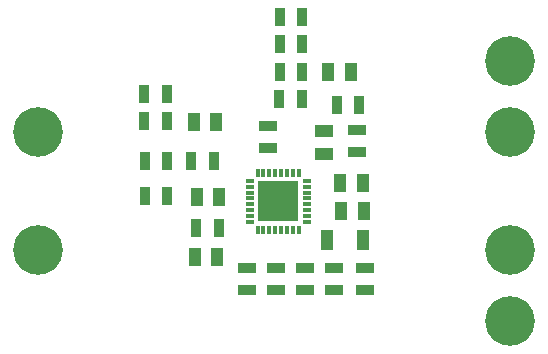
<source format=gbs>
G04*
G04 #@! TF.GenerationSoftware,Altium Limited,Altium Designer,23.3.1 (30)*
G04*
G04 Layer_Color=16711935*
%FSLAX44Y44*%
%MOMM*%
G71*
G04*
G04 #@! TF.SameCoordinates,02606407-A08A-443E-84DD-E596A80F92CF*
G04*
G04*
G04 #@! TF.FilePolarity,Negative*
G04*
G01*
G75*
%ADD21C,4.2032*%
%ADD40R,3.5032X3.5032*%
%ADD41R,0.7016X0.3316*%
%ADD42R,0.3316X0.7016*%
%ADD43R,0.9032X1.5032*%
%ADD44R,1.5032X0.9032*%
%ADD45R,1.1032X1.5032*%
%ADD46R,1.5032X1.1032*%
%ADD47R,1.1032X1.8032*%
D21*
X450000Y300000D02*
D03*
Y360000D02*
D03*
Y200000D02*
D03*
Y140000D02*
D03*
X50000Y300000D02*
D03*
Y200000D02*
D03*
D40*
X253500Y241000D02*
D03*
D41*
X277500Y258500D02*
D03*
Y253500D02*
D03*
Y248500D02*
D03*
Y243500D02*
D03*
Y238500D02*
D03*
Y233500D02*
D03*
Y228500D02*
D03*
Y223500D02*
D03*
X229500D02*
D03*
Y228500D02*
D03*
Y233500D02*
D03*
Y238500D02*
D03*
Y243500D02*
D03*
Y248500D02*
D03*
Y253500D02*
D03*
Y258500D02*
D03*
D42*
X271000Y217000D02*
D03*
X266000D02*
D03*
X261000D02*
D03*
X256000D02*
D03*
X251000D02*
D03*
X246000D02*
D03*
X241000D02*
D03*
X236000D02*
D03*
Y265000D02*
D03*
X241000D02*
D03*
X246000D02*
D03*
X251000D02*
D03*
X256000D02*
D03*
X261000D02*
D03*
X266000D02*
D03*
X271000D02*
D03*
D43*
X255000Y397005D02*
D03*
X274000D02*
D03*
Y374003D02*
D03*
X255000D02*
D03*
X274000Y351002D02*
D03*
X255000D02*
D03*
X254500Y328000D02*
D03*
X273500D02*
D03*
X322000Y323000D02*
D03*
X303000D02*
D03*
X203000Y218500D02*
D03*
X184000D02*
D03*
X180000Y275000D02*
D03*
X199000D02*
D03*
X159500Y246000D02*
D03*
X140500D02*
D03*
X159500Y275000D02*
D03*
X140500D02*
D03*
X140000Y309000D02*
D03*
X159000D02*
D03*
Y332000D02*
D03*
X140000D02*
D03*
D44*
X245000Y305000D02*
D03*
Y286000D02*
D03*
X320000Y301500D02*
D03*
Y282500D02*
D03*
X327000Y185000D02*
D03*
Y166000D02*
D03*
X301000Y166000D02*
D03*
Y185000D02*
D03*
X276000D02*
D03*
Y166000D02*
D03*
X252000D02*
D03*
Y185000D02*
D03*
X227000Y166000D02*
D03*
Y185000D02*
D03*
D45*
X315000Y351000D02*
D03*
X296000D02*
D03*
X325000Y257000D02*
D03*
X306000D02*
D03*
X307000Y233000D02*
D03*
X326000D02*
D03*
X202000Y193958D02*
D03*
X183000D02*
D03*
X203500Y245000D02*
D03*
X184500D02*
D03*
X182000Y308500D02*
D03*
X201000D02*
D03*
D46*
X292000Y281500D02*
D03*
Y300500D02*
D03*
D47*
X325500Y208000D02*
D03*
X294500D02*
D03*
M02*

</source>
